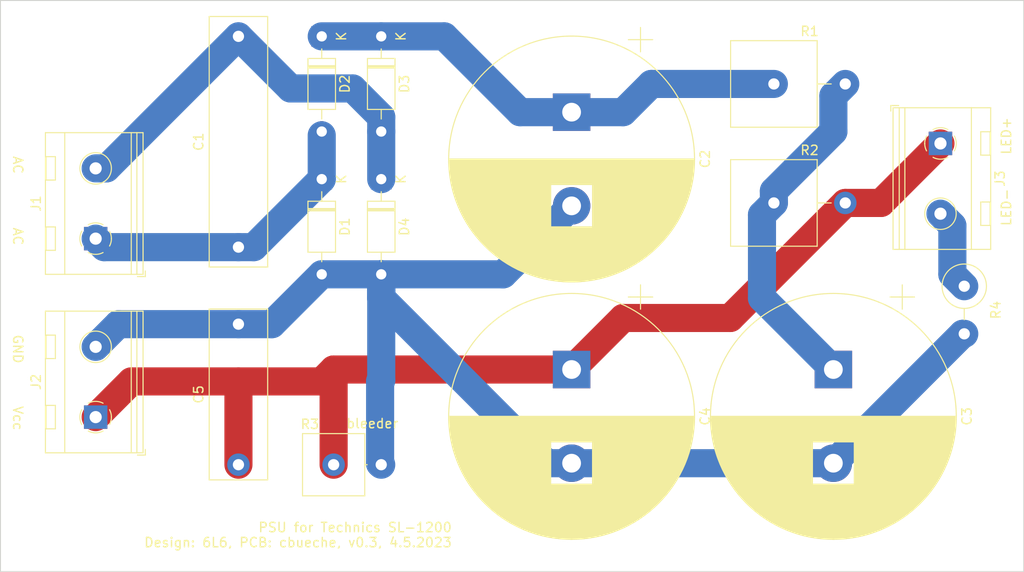
<source format=kicad_pcb>
(kicad_pcb (version 20240108) (generator "pcbnew") (generator_version "8.0")
  (title_block (title "PCB for PSU") (date "2023-05-04") (rev "4"))
  (layers (0 "F.Cu" signal) (31 "B.Cu" signal) (34 "B.Paste" user) (35 "F.Paste" user) (36 "B.SilkS" user "B.Silkscreen") (37 "F.SilkS" user "F.Silkscreen") (38 "B.Mask" user) (39 "F.Mask" user) (44 "Edge.Cuts" user))
  (net 0 "")
  (net 1 "Net-(D2-K)")
  (net 2 "GND")
  (net 3 "Net-(C3-Pad1)")
  (net 4 "VCC")
  (net 5 "AC1")
  (net 6 "AC2")
  (net 7 "Net-(J3-Pin_2)")
  (footprint "Diode_THT:D_DO-41_SOD81_P10.16mm_Horizontal" (layer "F.Cu") (at 129.54 58.42 -90)
    (property "Reference" "D3" (at 5.08 -2.47 90) (layer "F.SilkS"))
    (property "Value" "1N4007")
    (fp_text user "K" (at 0 -2.1 90) (layer "F.SilkS"))
    (pad "1" thru_hole rect (at 0 0 270) (size 2.2 2.2) (drill 1.1) (layers "*.Cu" "*.Mask") (net 1 "Net-(D2-K)"))
    (pad "2" thru_hole oval (at 10.16 0 270) (size 2.2 2.2) (drill 1.1) (layers "*.Cu" "*.Mask") (net 6 "AC2"))
  )
  (footprint "Capacitor_THT:CP_Radial_D26.0mm_P10.00mm_SnapIn" (layer "F.Cu") (at 177.8 93.98 -90)
    (property "Reference" "C3" (at 5 -14.25 90) (layer "F.SilkS"))
    (property "Value" "4700uF/63V")
    (pad "1" thru_hole rect (at 0 0 270) (size 4 4) (drill 2) (layers "*.Cu" "*.Mask") (net 3 "Net-(C3-Pad1)"))
    (pad "2" thru_hole circle (at 10 0 270) (size 4 4) (drill 2) (layers "*.Cu" "*.Mask") (net 2 "GND"))
  )
  (footprint "Capacitor_THT:CP_Radial_D26.0mm_P10.00mm_SnapIn" (layer "F.Cu") (at 149.86 93.98 -90)
    (property "Reference" "C4" (at 5 -14.25 90) (layer "F.SilkS"))
    (property "Value" "4700uF/63V")
    (pad "1" thru_hole rect (at 0 0 270) (size 4 4) (drill 2) (layers "*.Cu" "*.Mask") (net 4 "VCC"))
    (pad "2" thru_hole circle (at 10 0 270) (size 4 4) (drill 2) (layers "*.Cu" "*.Mask") (net 2 "GND"))
  )
  (footprint "Resistor_THT:R_Axial_DIN0414_L11.9mm_D4.5mm_P5.08mm_Vertical" (layer "F.Cu") (at 191.77 85.09 -90)
    (property "Reference" "R4" (at 2.54 -3.37 90) (layer "F.SilkS"))
    (property "Value" "2K2")
    (pad "1" thru_hole circle (at 0 0 270) (size 2.4 2.4) (drill 1.2) (layers "*.Cu" "*.Mask") (net 7 "Net-(J3-Pin_2)"))
    (pad "2" thru_hole oval (at 5.08 0 270) (size 2.4 2.4) (drill 1.2) (layers "*.Cu" "*.Mask") (net 2 "GND"))
  )
  (footprint "Capacitor_THT:CP_Radial_D26.0mm_P10.00mm_SnapIn" (layer "F.Cu") (at 149.86 66.5121 -90)
    (property "Reference" "C2" (at 5 -14.25 90) (layer "F.SilkS"))
    (property "Value" "4700uF/63V")
    (pad "1" thru_hole rect (at 0 0 270) (size 4 4) (drill 2) (layers "*.Cu" "*.Mask") (net 1 "Net-(D2-K)"))
    (pad "2" thru_hole circle (at 10 0 270) (size 4 4) (drill 2) (layers "*.Cu" "*.Mask") (net 2 "GND"))
  )
  (footprint "MountingHole:MountingHole_3.2mm_M3" (layer "F.Cu") (at 92.71 111.76)
    (property "Reference" "H3" (hide yes))
    (property "Value" "MountingHole" (hide yes))
    (pad "" np_thru_hole circle (at 0 0) (size 3.2 3.2) (drill 3.2) (layers "*.Cu" "*.Mask"))
  )
  (footprint "TerminalBlock_RND:TerminalBlock_RND_205-00067_1x02_P7.50mm_Horizontal" (layer "F.Cu") (at 99.06 80.01 90)
    (property "Reference" "J1" (at 3.75 -6.36 90) (layer "F.SilkS"))
    (property "Value" "transformer secondary")
    (pad "1" thru_hole rect (at 0 0 90) (size 2.5 2.5) (drill 1.3) (layers "*.Cu" "*.Mask") (net 5 "AC1"))
    (pad "2" thru_hole circle (at 7.5 0 90) (size 2.5 2.5) (drill 1.3) (layers "*.Cu" "*.Mask") (net 6 "AC2"))
  )
  (footprint "MountingHole:MountingHole_3.2mm_M3" (layer "F.Cu") (at 193.04 58.42)
    (property "Reference" "H2" (hide yes))
    (property "Value" "MountingHole" (hide yes))
    (pad "" np_thru_hole circle (at 0 0) (size 3.2 3.2) (drill 3.2) (layers "*.Cu" "*.Mask"))
  )
  (footprint "Resistor_THT:R_Axial_Power_L25.0mm_W9.0mm_P7.62mm_Vertical" (layer "F.Cu") (at 171.45 76.2)
    (property "Reference" "R2" (at 3.81 -5.62 0) (layer "F.SilkS"))
    (property "Value" "10R 3W")
    (pad "1" thru_hole circle (at 0 0) (size 2.4 2.4) (drill 1.2) (layers "*.Cu" "*.Mask") (net 3 "Net-(C3-Pad1)"))
    (pad "2" thru_hole oval (at 7.62 0) (size 2.4 2.4) (drill 1.2) (layers "*.Cu" "*.Mask") (net 4 "VCC"))
  )
  (footprint "TerminalBlock_RND:TerminalBlock_RND_205-00067_1x02_P7.50mm_Horizontal" (layer "F.Cu") (at 99.06 99.06 90)
    (property "Reference" "J2" (at 3.75 -6.36 90) (layer "F.SilkS"))
    (property "Value" "to turntable")
    (pad "1" thru_hole rect (at 0 0 90) (size 2.5 2.5) (drill 1.3) (layers "*.Cu" "*.Mask") (net 4 "VCC"))
    (pad "2" thru_hole circle (at 7.5 0 90) (size 2.5 2.5) (drill 1.3) (layers "*.Cu" "*.Mask") (net 2 "GND"))
  )
  (footprint "Diode_THT:D_DO-41_SOD81_P10.16mm_Horizontal" (layer "F.Cu") (at 123.19 58.42 -90)
    (property "Reference" "D2" (at 5.08 -2.47 90) (layer "F.SilkS"))
    (property "Value" "1N4007")
    (fp_text user "K" (at 0 -2.1 90) (layer "F.SilkS"))
    (pad "1" thru_hole rect (at 0 0 270) (size 2.2 2.2) (drill 1.1) (layers "*.Cu" "*.Mask") (net 1 "Net-(D2-K)"))
    (pad "2" thru_hole oval (at 10.16 0 270) (size 2.2 2.2) (drill 1.1) (layers "*.Cu" "*.Mask") (net 5 "AC1"))
  )
  (footprint "Capacitor_THT:C_Rect_L26.5mm_W6.0mm_P22.50mm_MKS4" (layer "F.Cu") (at 114.3 80.92 90)
    (property "Reference" "C1" (at 11.25 -4.25 90) (layer "F.SilkS"))
    (property "Value" "220nF")
    (pad "1" thru_hole circle (at 0 0 90) (size 2.4 2.4) (drill 1.2) (layers "*.Cu" "*.Mask") (net 5 "AC1"))
    (pad "2" thru_hole circle (at 22.5 0 90) (size 2.4 2.4) (drill 1.2) (layers "*.Cu" "*.Mask") (net 6 "AC2"))
  )
  (footprint "Resistor_THT:R_Axial_Power_L25.0mm_W9.0mm_P7.62mm_Vertical" (layer "F.Cu") (at 171.45 63.5)
    (property "Reference" "R1" (at 3.81 -5.62 0) (layer "F.SilkS"))
    (property "Value" "10R 3W")
    (pad "1" thru_hole circle (at 0 0) (size 2.4 2.4) (drill 1.2) (layers "*.Cu" "*.Mask") (net 1 "Net-(D2-K)"))
    (pad "2" thru_hole oval (at 7.62 0) (size 2.4 2.4) (drill 1.2) (layers "*.Cu" "*.Mask") (net 3 "Net-(C3-Pad1)"))
  )
  (footprint "Resistor_THT:R_Axial_Power_L20.0mm_W6.4mm_P5.08mm_Vertical" (layer "F.Cu") (at 124.46 104.14)
    (property "Reference" "R3" (at -2.54 -4.32 0) (layer "F.SilkS"))
    (property "Value" "1K 2W")
    (pad "1" thru_hole circle (at 0 0) (size 2.4 2.4) (drill 1.2) (layers "*.Cu" "*.Mask") (net 4 "VCC"))
    (pad "2" thru_hole oval (at 5.08 0) (size 2.4 2.4) (drill 1.2) (layers "*.Cu" "*.Mask") (net 2 "GND"))
  )
  (footprint "TerminalBlock_RND:TerminalBlock_RND_205-00067_1x02_P7.50mm_Horizontal" (layer "F.Cu") (at 189.23 69.85 -90)
    (property "Reference" "J3" (at 3.75 -6.36 90) (layer "F.SilkS"))
    (property "Value" "LED on main switch")
    (pad "1" thru_hole rect (at 0 0 270) (size 2.5 2.5) (drill 1.3) (layers "*.Cu" "*.Mask") (net 4 "VCC"))
    (pad "2" thru_hole circle (at 7.5 0 270) (size 2.5 2.5) (drill 1.3) (layers "*.Cu" "*.Mask") (net 7 "Net-(J3-Pin_2)"))
  )
  (footprint "Diode_THT:D_DO-41_SOD81_P10.16mm_Horizontal" (layer "F.Cu") (at 129.54 73.66 -90)
    (property "Reference" "D4" (at 5.08 -2.47 90) (layer "F.SilkS"))
    (property "Value" "1N4007")
    (fp_text user "K" (at 0 -2.1 90) (layer "F.SilkS"))
    (pad "1" thru_hole rect (at 0 0 270) (size 2.2 2.2) (drill 1.1) (layers "*.Cu" "*.Mask") (net 6 "AC2"))
    (pad "2" thru_hole oval (at 10.16 0 270) (size 2.2 2.2) (drill 1.1) (layers "*.Cu" "*.Mask") (net 2 "GND"))
  )
  (footprint "Diode_THT:D_DO-41_SOD81_P10.16mm_Horizontal" (layer "F.Cu") (at 123.19 73.66 -90)
    (property "Reference" "D1" (at 5.08 -2.47 90) (layer "F.SilkS"))
    (property "Value" "1N4007")
    (fp_text user "K" (at 0 -2.1 90) (layer "F.SilkS"))
    (pad "1" thru_hole rect (at 0 0 270) (size 2.2 2.2) (drill 1.1) (layers "*.Cu" "*.Mask") (net 5 "AC1"))
    (pad "2" thru_hole oval (at 10.16 0 270) (size 2.2 2.2) (drill 1.1) (layers "*.Cu" "*.Mask") (net 2 "GND"))
  )
  (footprint "MountingHole:MountingHole_3.2mm_M3" (layer "F.Cu") (at 193.04 111.76)
    (property "Reference" "H4" (hide yes))
    (property "Value" "MountingHole" (hide yes))
    (pad "" np_thru_hole circle (at 0 0) (size 3.2 3.2) (drill 3.2) (layers "*.Cu" "*.Mask"))
  )
  (footprint "MountingHole:MountingHole_3.2mm_M3" (layer "F.Cu") (at 92.71 58.42)
    (property "Reference" "H1" (hide yes))
    (property "Value" "MountingHole" (hide yes))
    (pad "" np_thru_hole circle (at 0 0) (size 3.2 3.2) (drill 3.2) (layers "*.Cu" "*.Mask"))
  )
  (footprint "Capacitor_THT:C_Rect_L18.0mm_W6.0mm_P15.00mm_FKS3_FKP3" (layer "F.Cu") (at 114.3 104.14 90)
    (property "Reference" "C5" (at 7.5 -4.25 90) (layer "F.SilkS"))
    (property "Value" "100nF")
    (pad "1" thru_hole circle (at 0 0 90) (size 2.4 2.4) (drill 1.2) (layers "*.Cu" "*.Mask") (net 4 "VCC"))
    (pad "2" thru_hole circle (at 15 0 90) (size 2.4 2.4) (drill 1.2) (layers "*.Cu" "*.Mask") (net 2 "GND"))
  )
  (gr_rect (start 88.9 54.59) (end 198.12 115.55) (stroke (width 0.1)) (fill none) (layer "Edge.Cuts"))
  (gr_text "Vcc" (at 90.17 97.79 -90) (layer "F.SilkS") (effects (font (size 1 1)) (justify left bottom)))
  (gr_text "LED-" (at 196.85 78.74 90) (layer "F.SilkS") (effects (font (size 1 1)) (justify left bottom)))
  (gr_text "GND" (at 90.17 90.17 -90) (layer "F.SilkS") (effects (font (size 1 1)) (justify left bottom)))
  (gr_text "AC" (at 90.17 71.12 -90) (layer "F.SilkS") (effects (font (size 1 1)) (justify left bottom)))
  (gr_text "AC" (at 90.17 78.74 -90) (layer "F.SilkS") (effects (font (size 1 1)) (justify left bottom)))
  (gr_text "bleeder" (at 125.73 100.33 0) (layer "F.SilkS") (effects (font (size 1 1)) (justify left bottom)))
  (gr_text "PSU for Technics SL-1200\nDesign: 6L6, PCB: cbueche, v0.3, 4.5.2023" (at 137.16 113.03 0) (layer "F.SilkS") (effects (font (size 1 1)) (justify right bottom)))
  (gr_text "LED+" (at 196.85 71.12 90) (layer "F.SilkS") (effects (font (size 1 1)) (justify left bottom)))
  (segment (start 136.2678 58.42) (end 129.54 58.42) (width 3) (layer "B.Cu") (net 1))
  (segment (start 155.3601 66.5121) (end 149.86 66.5121) (width 3) (layer "B.Cu") (net 1))
  (segment (start 144.3599 66.5121) (end 136.2678 58.42) (width 3) (layer "B.Cu") (net 1))
  (segment (start 171.45 63.5) (end 158.3722 63.5) (width 3) (layer "B.Cu") (net 1))
  (segment (start 158.3722 63.5) (end 155.3601 66.5121) (width 3) (layer "B.Cu") (net 1))
  (segment (start 149.86 66.5121) (end 144.3599 66.5121) (width 3) (layer "B.Cu") (net 1))
  (segment (start 129.54 58.42) (end 123.19 58.42) (width 3) (layer "B.Cu") (net 1))
  (segment (start 129.54 83.82) (end 142.552 83.82) (width 3) (layer "B.Cu") (net 2))
  (segment (start 101.48 89.14) (end 99.06 91.56) (width 3) (layer "B.Cu") (net 2))
  (segment (start 144.36 82.0121) (end 149.86 76.5121) (width 3) (layer "B.Cu") (net 2))
  (segment (start 149.86 103.98) (end 147.18 103.98) (width 3) (layer "B.Cu") (net 2))
  (segment (start 191.61 90.17) (end 177.8 103.98) (width 3) (layer "B.Cu") (net 2))
  (segment (start 149.86 103.98) (end 177.8 103.98) (width 3) (layer "B.Cu") (net 2))
  (segment (start 129.54 83.82) (end 123.19 83.82) (width 3) (layer "B.Cu") (net 2))
  (segment (start 142.552 83.82) (end 149.86 76.5121) (width 3) (layer "B.Cu") (net 2))
  (segment (start 117.87 89.14) (end 114.3 89.14) (width 3) (layer "B.Cu") (net 2))
  (segment (start 147.18 103.98) (end 129.54 86.34) (width 3) (layer "B.Cu") (net 2))
  (segment (start 129.42 104.02) (end 129.54 104.14) (width 3) (layer "B.Cu") (net 2))
  (segment (start 129.54 83.82) (end 129.54 86.34) (width 3) (layer "B.Cu") (net 2))
  (segment (start 129.54 83.82) (end 129.54 95.13) (width 3) (layer "B.Cu") (net 2))
  (segment (start 123.19 83.82) (end 117.87 89.14) (width 3) (layer "B.Cu") (net 2))
  (segment (start 114.3 89.14) (end 101.48 89.14) (width 3) (layer "B.Cu") (net 2))
  (segment (start 129.54 95.13) (end 129.42 95.25) (width 3) (layer "B.Cu") (net 2))
  (segment (start 191.77 90.17) (end 191.61 90.17) (width 3) (layer "B.Cu") (net 2))
  (segment (start 129.54 86.34) (end 129.54 83.82) (width 3) (layer "B.Cu") (net 2))
  (segment (start 129.42 95.25) (end 129.42 104.02) (width 3) (layer "B.Cu") (net 2))
  (segment (start 177.8 64.77) (end 177.8 68.58) (width 3) (layer "B.Cu") (net 3))
  (segment (start 177.8 68.58) (end 171.45 74.93) (width 3) (layer "B.Cu") (net 3))
  (segment (start 170.18 77.47) (end 170.18 86.36) (width 3) (layer "B.Cu") (net 3))
  (segment (start 179.07 63.5) (end 177.8 64.77) (width 3) (layer "B.Cu") (net 3))
  (segment (start 171.45 76.2) (end 170.18 77.47) (width 3) (layer "B.Cu") (net 3))
  (segment (start 171.45 74.93) (end 171.45 76.2) (width 3) (layer "B.Cu") (net 3))
  (segment (start 170.18 86.36) (end 177.8 93.98) (width 3) (layer "B.Cu") (net 3))
  (segment (start 124.46 93.98) (end 123.19 95.25) (width 3) (layer "F.Cu") (net 4))
  (segment (start 124.46 104.14) (end 124.46 93.98) (width 3) (layer "F.Cu") (net 4))
  (segment (start 149.86 93.98) (end 155.36 88.48) (width 3) (layer "F.Cu") (net 4))
  (segment (start 179.07 76.2) (end 182.88 76.2) (width 3) (layer "F.Cu") (net 4))
  (segment (start 149.86 93.98) (end 124.46 93.98) (width 3) (layer "F.Cu") (net 4))
  (segment (start 155.36 88.48) (end 166.79 88.48) (width 3) (layer "F.Cu") (net 4))
  (segment (start 102.87 95.25) (end 99.06 99.06) (width 3) (layer "F.Cu") (net 4))
  (segment (start 182.88 76.2) (end 189.23 69.85) (width 3) (layer "F.Cu") (net 4))
  (segment (start 114.3 104.14) (end 114.3 95.25) (width 3) (layer "F.Cu") (net 4))
  (segment (start 166.79 88.48) (end 179.07 76.2) (width 3) (layer "F.Cu") (net 4))
  (segment (start 123.19 95.25) (end 102.87 95.25) (width 3) (layer "F.Cu") (net 4))
  (segment (start 115.93 80.92) (end 123.19 73.66) (width 3) (layer "B.Cu") (net 5))
  (segment (start 114.3 80.92) (end 99.97 80.92) (width 3) (layer "B.Cu") (net 5))
  (segment (start 114.3 80.92) (end 115.93 80.92) (width 3) (layer "B.Cu") (net 5))
  (segment (start 99.97 80.92) (end 99.06 80.01) (width 3) (layer "B.Cu") (net 5))
  (segment (start 123.19 73.66) (end 123.19 68.98) (width 3) (layer "B.Cu") (net 5))
  (segment (start 99.06 72.51) (end 100.21 72.51) (width 3) (layer "B.Cu") (net 6))
  (segment (start 129.54 67.024366) (end 129.54 68.58) (width 3) (layer "B.Cu") (net 6))
  (segment (start 114.3 58.42) (end 119.86 63.98) (width 3) (layer "B.Cu") (net 6))
  (segment (start 119.86 63.98) (end 126.495634 63.98) (width 3) (layer "B.Cu") (net 6))
  (segment (start 126.495634 63.98) (end 129.54 67.024366) (width 3) (layer "B.Cu") (net 6))
  (segment (start 129.54 68.58) (end 129.54 73.66) (width 3) (layer "B.Cu") (net 6))
  (segment (start 100.21 72.51) (end 114.3 58.42) (width 3) (layer "B.Cu") (net 6))
  (segment (start 189.23 77.35) (end 190.5 78.62) (width 3) (layer "B.Cu") (net 7))
  (segment (start 190.5 83.82) (end 191.77 85.09) (width 3) (layer "B.Cu") (net 7))
  (segment (start 190.5 78.62) (end 190.5 83.82) (width 3) (layer "B.Cu") (net 7))
)
</source>
